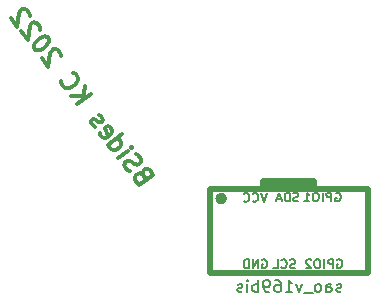
<source format=gbr>
%TF.GenerationSoftware,KiCad,Pcbnew,(6.0.7)*%
%TF.CreationDate,2022-09-05T18:23:19-05:00*%
%TF.ProjectId,Arista-TGS,41726973-7461-42d5-9447-532e6b696361,rev?*%
%TF.SameCoordinates,Original*%
%TF.FileFunction,Legend,Bot*%
%TF.FilePolarity,Positive*%
%FSLAX46Y46*%
G04 Gerber Fmt 4.6, Leading zero omitted, Abs format (unit mm)*
G04 Created by KiCad (PCBNEW (6.0.7)) date 2022-09-05 18:23:19*
%MOMM*%
%LPD*%
G01*
G04 APERTURE LIST*
%ADD10C,0.300000*%
%ADD11C,0.150000*%
%ADD12C,0.500000*%
G04 APERTURE END LIST*
D10*
X141185849Y-107126476D02*
X140998732Y-106999955D01*
X140898581Y-106986770D01*
X140741762Y-107017068D01*
X140571758Y-107147517D01*
X140501905Y-107291151D01*
X140488720Y-107391302D01*
X140519017Y-107548121D01*
X140866881Y-108001466D01*
X142056911Y-107088323D01*
X141752530Y-106691647D01*
X141608896Y-106621793D01*
X141508745Y-106608608D01*
X141351926Y-106638906D01*
X141238590Y-106725872D01*
X141168737Y-106869506D01*
X141155552Y-106969657D01*
X141185849Y-107126476D01*
X141490230Y-107523153D01*
X140053890Y-106824621D02*
X139866773Y-106698099D01*
X139649358Y-106414759D01*
X139619060Y-106257940D01*
X139632245Y-106157789D01*
X139702099Y-106014155D01*
X139815435Y-105927189D01*
X139972254Y-105896891D01*
X140072405Y-105910076D01*
X140216039Y-105979929D01*
X140446639Y-106163119D01*
X140590273Y-106232972D01*
X140690424Y-106246157D01*
X140847243Y-106215859D01*
X140960579Y-106128893D01*
X141030433Y-105985259D01*
X141043618Y-105885108D01*
X141013320Y-105728289D01*
X140795905Y-105444949D01*
X140608788Y-105318427D01*
X139084080Y-105678074D02*
X139877433Y-105069312D01*
X140274110Y-104764931D02*
X140260925Y-104865083D01*
X140160774Y-104851897D01*
X140173959Y-104751746D01*
X140274110Y-104764931D01*
X140160774Y-104851897D01*
X138257903Y-104601380D02*
X139447933Y-103688238D01*
X138314572Y-104557897D02*
X138344869Y-104714716D01*
X138518801Y-104941388D01*
X138662435Y-105011242D01*
X138762586Y-105024427D01*
X138919405Y-104994129D01*
X139259414Y-104733231D01*
X139329267Y-104589597D01*
X139342452Y-104489446D01*
X139312155Y-104332627D01*
X139138223Y-104105955D01*
X138994589Y-104036101D01*
X137531878Y-103537871D02*
X137562176Y-103694690D01*
X137736108Y-103921363D01*
X137879742Y-103991216D01*
X138036561Y-103960918D01*
X138489906Y-103613054D01*
X138559759Y-103469420D01*
X138529461Y-103312601D01*
X138355529Y-103085929D01*
X138211895Y-103016076D01*
X138055076Y-103046373D01*
X137941740Y-103133339D01*
X138263233Y-103786986D01*
X137140532Y-103027858D02*
X136996898Y-102958005D01*
X136822966Y-102731333D01*
X136792668Y-102574513D01*
X136862521Y-102430879D01*
X136919189Y-102387397D01*
X137076008Y-102357099D01*
X137219642Y-102426952D01*
X137350091Y-102596956D01*
X137493725Y-102666809D01*
X137650545Y-102636512D01*
X137707213Y-102593029D01*
X137777066Y-102449395D01*
X137746768Y-102292575D01*
X137616319Y-102122571D01*
X137472685Y-102052718D01*
X135605443Y-101144626D02*
X136795473Y-100231484D01*
X135083647Y-100464609D02*
X136155011Y-100452826D01*
X136273677Y-99551467D02*
X136115456Y-100753279D01*
X134283841Y-99187613D02*
X134270656Y-99287764D01*
X134344437Y-99501251D01*
X134431403Y-99614587D01*
X134618520Y-99741109D01*
X134818822Y-99767479D01*
X134975641Y-99737181D01*
X135245797Y-99619917D01*
X135415801Y-99489469D01*
X135598990Y-99258869D01*
X135668844Y-99115235D01*
X135695214Y-98914932D01*
X135621433Y-98701445D01*
X135534467Y-98588109D01*
X135347350Y-98461588D01*
X135247199Y-98448403D01*
X134203608Y-97088368D02*
X134216793Y-96988217D01*
X134186495Y-96831398D01*
X133969081Y-96548058D01*
X133825447Y-96478204D01*
X133725296Y-96465019D01*
X133568476Y-96495317D01*
X133455140Y-96582283D01*
X133328619Y-96769400D01*
X133170397Y-97971213D01*
X132605119Y-97234527D01*
X133229870Y-95584700D02*
X133142904Y-95471364D01*
X132999270Y-95401511D01*
X132899119Y-95388325D01*
X132742300Y-95418623D01*
X132472145Y-95535887D01*
X132188804Y-95753302D01*
X132005615Y-95983902D01*
X131935762Y-96127536D01*
X131922577Y-96227687D01*
X131952874Y-96384506D01*
X132039840Y-96497842D01*
X132183474Y-96567695D01*
X132283625Y-96580880D01*
X132440445Y-96550583D01*
X132710600Y-96433319D01*
X132993940Y-96215904D01*
X133177130Y-95985304D01*
X133246983Y-95841670D01*
X133260168Y-95741519D01*
X133229870Y-95584700D01*
X132464290Y-94821644D02*
X132477475Y-94721493D01*
X132447177Y-94564674D01*
X132229762Y-94281334D01*
X132086128Y-94211481D01*
X131985977Y-94198295D01*
X131829158Y-94228593D01*
X131715822Y-94315559D01*
X131589301Y-94502676D01*
X131431079Y-95704489D01*
X130865800Y-94967804D01*
X131594631Y-93688283D02*
X131607816Y-93588131D01*
X131577518Y-93431312D01*
X131360103Y-93147972D01*
X131216469Y-93078119D01*
X131116318Y-93064933D01*
X130959499Y-93095231D01*
X130846163Y-93182197D01*
X130719641Y-93369314D01*
X130561420Y-94571127D01*
X129996141Y-93834442D01*
D11*
%TO.C,X1*%
X157973161Y-116965361D02*
X157877923Y-117012980D01*
X157687447Y-117012980D01*
X157592209Y-116965361D01*
X157544590Y-116870123D01*
X157544590Y-116822504D01*
X157592209Y-116727266D01*
X157687447Y-116679647D01*
X157830304Y-116679647D01*
X157925542Y-116632028D01*
X157973161Y-116536790D01*
X157973161Y-116489171D01*
X157925542Y-116393933D01*
X157830304Y-116346314D01*
X157687447Y-116346314D01*
X157592209Y-116393933D01*
X156687447Y-117012980D02*
X156687447Y-116489171D01*
X156735066Y-116393933D01*
X156830304Y-116346314D01*
X157020780Y-116346314D01*
X157116019Y-116393933D01*
X156687447Y-116965361D02*
X156782685Y-117012980D01*
X157020780Y-117012980D01*
X157116019Y-116965361D01*
X157163638Y-116870123D01*
X157163638Y-116774885D01*
X157116019Y-116679647D01*
X157020780Y-116632028D01*
X156782685Y-116632028D01*
X156687447Y-116584409D01*
X156068400Y-117012980D02*
X156163638Y-116965361D01*
X156211257Y-116917742D01*
X156258876Y-116822504D01*
X156258876Y-116536790D01*
X156211257Y-116441552D01*
X156163638Y-116393933D01*
X156068400Y-116346314D01*
X155925542Y-116346314D01*
X155830304Y-116393933D01*
X155782685Y-116441552D01*
X155735066Y-116536790D01*
X155735066Y-116822504D01*
X155782685Y-116917742D01*
X155830304Y-116965361D01*
X155925542Y-117012980D01*
X156068400Y-117012980D01*
X155544590Y-117108219D02*
X154782685Y-117108219D01*
X154639828Y-116346314D02*
X154401733Y-117012980D01*
X154163638Y-116346314D01*
X153258876Y-117012980D02*
X153830304Y-117012980D01*
X153544590Y-117012980D02*
X153544590Y-116012980D01*
X153639828Y-116155838D01*
X153735066Y-116251076D01*
X153830304Y-116298695D01*
X152401733Y-116012980D02*
X152592209Y-116012980D01*
X152687447Y-116060600D01*
X152735066Y-116108219D01*
X152830304Y-116251076D01*
X152877923Y-116441552D01*
X152877923Y-116822504D01*
X152830304Y-116917742D01*
X152782685Y-116965361D01*
X152687447Y-117012980D01*
X152496971Y-117012980D01*
X152401733Y-116965361D01*
X152354114Y-116917742D01*
X152306495Y-116822504D01*
X152306495Y-116584409D01*
X152354114Y-116489171D01*
X152401733Y-116441552D01*
X152496971Y-116393933D01*
X152687447Y-116393933D01*
X152782685Y-116441552D01*
X152830304Y-116489171D01*
X152877923Y-116584409D01*
X151830304Y-117012980D02*
X151639828Y-117012980D01*
X151544590Y-116965361D01*
X151496971Y-116917742D01*
X151401733Y-116774885D01*
X151354114Y-116584409D01*
X151354114Y-116203457D01*
X151401733Y-116108219D01*
X151449352Y-116060600D01*
X151544590Y-116012980D01*
X151735066Y-116012980D01*
X151830304Y-116060600D01*
X151877923Y-116108219D01*
X151925542Y-116203457D01*
X151925542Y-116441552D01*
X151877923Y-116536790D01*
X151830304Y-116584409D01*
X151735066Y-116632028D01*
X151544590Y-116632028D01*
X151449352Y-116584409D01*
X151401733Y-116536790D01*
X151354114Y-116441552D01*
X150925542Y-117012980D02*
X150925542Y-116012980D01*
X150925542Y-116393933D02*
X150830304Y-116346314D01*
X150639828Y-116346314D01*
X150544590Y-116393933D01*
X150496971Y-116441552D01*
X150449352Y-116536790D01*
X150449352Y-116822504D01*
X150496971Y-116917742D01*
X150544590Y-116965361D01*
X150639828Y-117012980D01*
X150830304Y-117012980D01*
X150925542Y-116965361D01*
X150020780Y-117012980D02*
X150020780Y-116346314D01*
X150020780Y-116012980D02*
X150068400Y-116060600D01*
X150020780Y-116108219D01*
X149973161Y-116060600D01*
X150020780Y-116012980D01*
X150020780Y-116108219D01*
X149592209Y-116965361D02*
X149496971Y-117012980D01*
X149306495Y-117012980D01*
X149211257Y-116965361D01*
X149163638Y-116870123D01*
X149163638Y-116822504D01*
X149211257Y-116727266D01*
X149306495Y-116679647D01*
X149449352Y-116679647D01*
X149544590Y-116632028D01*
X149592209Y-116536790D01*
X149592209Y-116489171D01*
X149544590Y-116393933D01*
X149449352Y-116346314D01*
X149306495Y-116346314D01*
X149211257Y-116393933D01*
X151647400Y-108631485D02*
X151397400Y-109381485D01*
X151147400Y-108631485D01*
X150468828Y-109310057D02*
X150504542Y-109345771D01*
X150611685Y-109381485D01*
X150683114Y-109381485D01*
X150790257Y-109345771D01*
X150861685Y-109274342D01*
X150897400Y-109202914D01*
X150933114Y-109060057D01*
X150933114Y-108952914D01*
X150897400Y-108810057D01*
X150861685Y-108738628D01*
X150790257Y-108667200D01*
X150683114Y-108631485D01*
X150611685Y-108631485D01*
X150504542Y-108667200D01*
X150468828Y-108702914D01*
X149718828Y-109310057D02*
X149754542Y-109345771D01*
X149861685Y-109381485D01*
X149933114Y-109381485D01*
X150040257Y-109345771D01*
X150111685Y-109274342D01*
X150147400Y-109202914D01*
X150183114Y-109060057D01*
X150183114Y-108952914D01*
X150147400Y-108810057D01*
X150111685Y-108738628D01*
X150040257Y-108667200D01*
X149933114Y-108631485D01*
X149861685Y-108631485D01*
X149754542Y-108667200D01*
X149718828Y-108702914D01*
X157621942Y-114280600D02*
X157693371Y-114244885D01*
X157800514Y-114244885D01*
X157907657Y-114280600D01*
X157979085Y-114352028D01*
X158014800Y-114423457D01*
X158050514Y-114566314D01*
X158050514Y-114673457D01*
X158014800Y-114816314D01*
X157979085Y-114887742D01*
X157907657Y-114959171D01*
X157800514Y-114994885D01*
X157729085Y-114994885D01*
X157621942Y-114959171D01*
X157586228Y-114923457D01*
X157586228Y-114673457D01*
X157729085Y-114673457D01*
X157264800Y-114994885D02*
X157264800Y-114244885D01*
X156979085Y-114244885D01*
X156907657Y-114280600D01*
X156871942Y-114316314D01*
X156836228Y-114387742D01*
X156836228Y-114494885D01*
X156871942Y-114566314D01*
X156907657Y-114602028D01*
X156979085Y-114637742D01*
X157264800Y-114637742D01*
X156514800Y-114994885D02*
X156514800Y-114244885D01*
X156014800Y-114244885D02*
X155871942Y-114244885D01*
X155800514Y-114280600D01*
X155729085Y-114352028D01*
X155693371Y-114494885D01*
X155693371Y-114744885D01*
X155729085Y-114887742D01*
X155800514Y-114959171D01*
X155871942Y-114994885D01*
X156014800Y-114994885D01*
X156086228Y-114959171D01*
X156157657Y-114887742D01*
X156193371Y-114744885D01*
X156193371Y-114494885D01*
X156157657Y-114352028D01*
X156086228Y-114280600D01*
X156014800Y-114244885D01*
X155407657Y-114316314D02*
X155371942Y-114280600D01*
X155300514Y-114244885D01*
X155121942Y-114244885D01*
X155050514Y-114280600D01*
X155014800Y-114316314D01*
X154979085Y-114387742D01*
X154979085Y-114459171D01*
X155014800Y-114566314D01*
X155443371Y-114994885D01*
X154979085Y-114994885D01*
X151269628Y-114306000D02*
X151341057Y-114270285D01*
X151448200Y-114270285D01*
X151555342Y-114306000D01*
X151626771Y-114377428D01*
X151662485Y-114448857D01*
X151698200Y-114591714D01*
X151698200Y-114698857D01*
X151662485Y-114841714D01*
X151626771Y-114913142D01*
X151555342Y-114984571D01*
X151448200Y-115020285D01*
X151376771Y-115020285D01*
X151269628Y-114984571D01*
X151233914Y-114948857D01*
X151233914Y-114698857D01*
X151376771Y-114698857D01*
X150912485Y-115020285D02*
X150912485Y-114270285D01*
X150483914Y-115020285D01*
X150483914Y-114270285D01*
X150126771Y-115020285D02*
X150126771Y-114270285D01*
X149948200Y-114270285D01*
X149841057Y-114306000D01*
X149769628Y-114377428D01*
X149733914Y-114448857D01*
X149698200Y-114591714D01*
X149698200Y-114698857D01*
X149733914Y-114841714D01*
X149769628Y-114913142D01*
X149841057Y-114984571D01*
X149948200Y-115020285D01*
X150126771Y-115020285D01*
X157494942Y-108641800D02*
X157566371Y-108606085D01*
X157673514Y-108606085D01*
X157780657Y-108641800D01*
X157852085Y-108713228D01*
X157887800Y-108784657D01*
X157923514Y-108927514D01*
X157923514Y-109034657D01*
X157887800Y-109177514D01*
X157852085Y-109248942D01*
X157780657Y-109320371D01*
X157673514Y-109356085D01*
X157602085Y-109356085D01*
X157494942Y-109320371D01*
X157459228Y-109284657D01*
X157459228Y-109034657D01*
X157602085Y-109034657D01*
X157137800Y-109356085D02*
X157137800Y-108606085D01*
X156852085Y-108606085D01*
X156780657Y-108641800D01*
X156744942Y-108677514D01*
X156709228Y-108748942D01*
X156709228Y-108856085D01*
X156744942Y-108927514D01*
X156780657Y-108963228D01*
X156852085Y-108998942D01*
X157137800Y-108998942D01*
X156387800Y-109356085D02*
X156387800Y-108606085D01*
X155887800Y-108606085D02*
X155744942Y-108606085D01*
X155673514Y-108641800D01*
X155602085Y-108713228D01*
X155566371Y-108856085D01*
X155566371Y-109106085D01*
X155602085Y-109248942D01*
X155673514Y-109320371D01*
X155744942Y-109356085D01*
X155887800Y-109356085D01*
X155959228Y-109320371D01*
X156030657Y-109248942D01*
X156066371Y-109106085D01*
X156066371Y-108856085D01*
X156030657Y-108713228D01*
X155959228Y-108641800D01*
X155887800Y-108606085D01*
X154852085Y-109356085D02*
X155280657Y-109356085D01*
X155066371Y-109356085D02*
X155066371Y-108606085D01*
X155137800Y-108713228D01*
X155209228Y-108784657D01*
X155280657Y-108820371D01*
X154352114Y-109320371D02*
X154244971Y-109356085D01*
X154066400Y-109356085D01*
X153994971Y-109320371D01*
X153959257Y-109284657D01*
X153923542Y-109213228D01*
X153923542Y-109141800D01*
X153959257Y-109070371D01*
X153994971Y-109034657D01*
X154066400Y-108998942D01*
X154209257Y-108963228D01*
X154280685Y-108927514D01*
X154316400Y-108891800D01*
X154352114Y-108820371D01*
X154352114Y-108748942D01*
X154316400Y-108677514D01*
X154280685Y-108641800D01*
X154209257Y-108606085D01*
X154030685Y-108606085D01*
X153923542Y-108641800D01*
X153602114Y-109356085D02*
X153602114Y-108606085D01*
X153423542Y-108606085D01*
X153316400Y-108641800D01*
X153244971Y-108713228D01*
X153209257Y-108784657D01*
X153173542Y-108927514D01*
X153173542Y-109034657D01*
X153209257Y-109177514D01*
X153244971Y-109248942D01*
X153316400Y-109320371D01*
X153423542Y-109356085D01*
X153602114Y-109356085D01*
X152887828Y-109141800D02*
X152530685Y-109141800D01*
X152959257Y-109356085D02*
X152709257Y-108606085D01*
X152459257Y-109356085D01*
X154080257Y-114984571D02*
X153973114Y-115020285D01*
X153794542Y-115020285D01*
X153723114Y-114984571D01*
X153687400Y-114948857D01*
X153651685Y-114877428D01*
X153651685Y-114806000D01*
X153687400Y-114734571D01*
X153723114Y-114698857D01*
X153794542Y-114663142D01*
X153937400Y-114627428D01*
X154008828Y-114591714D01*
X154044542Y-114556000D01*
X154080257Y-114484571D01*
X154080257Y-114413142D01*
X154044542Y-114341714D01*
X154008828Y-114306000D01*
X153937400Y-114270285D01*
X153758828Y-114270285D01*
X153651685Y-114306000D01*
X152901685Y-114948857D02*
X152937400Y-114984571D01*
X153044542Y-115020285D01*
X153115971Y-115020285D01*
X153223114Y-114984571D01*
X153294542Y-114913142D01*
X153330257Y-114841714D01*
X153365971Y-114698857D01*
X153365971Y-114591714D01*
X153330257Y-114448857D01*
X153294542Y-114377428D01*
X153223114Y-114306000D01*
X153115971Y-114270285D01*
X153044542Y-114270285D01*
X152937400Y-114306000D01*
X152901685Y-114341714D01*
X152223114Y-115020285D02*
X152580257Y-115020285D01*
X152580257Y-114270285D01*
D12*
X151307800Y-107645200D02*
X151307800Y-108153200D01*
X160197800Y-115392200D02*
X160197800Y-108280200D01*
X146862800Y-115392200D02*
X160197800Y-115392200D01*
X155625800Y-108153200D02*
X155625800Y-107645200D01*
X146862800Y-108280200D02*
X146862800Y-115392200D01*
X160070800Y-108280200D02*
X146862800Y-108280200D01*
X155625800Y-107645200D02*
X151307800Y-107645200D01*
X151307800Y-108026200D02*
X155625800Y-108026200D01*
X148056600Y-109118400D02*
G75*
G03*
X148056600Y-109118400I-254000J0D01*
G01*
%TD*%
M02*

</source>
